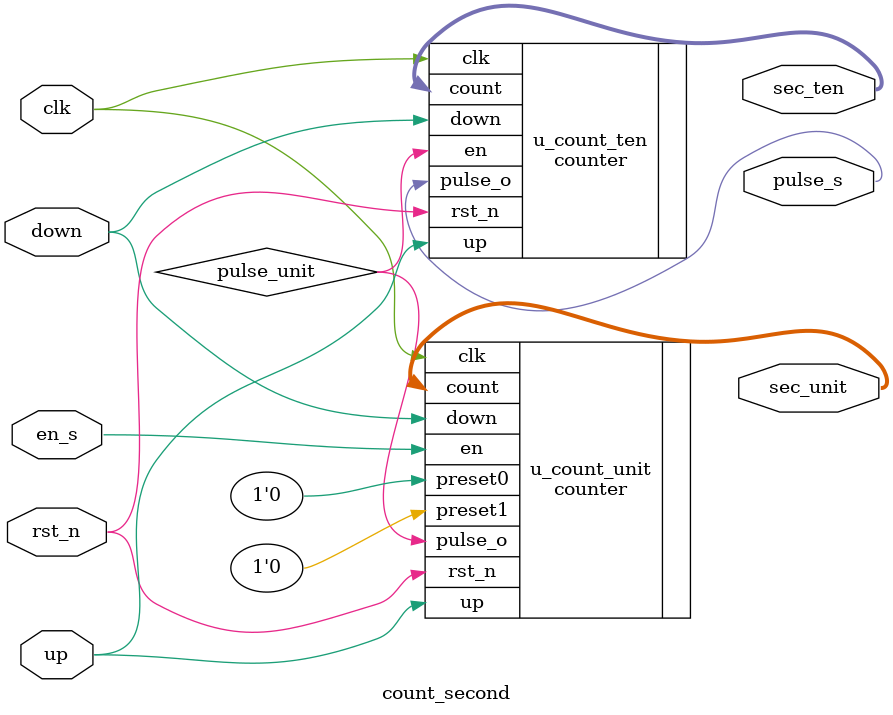
<source format=v>
module count_second #(
    parameter MAX_DISPLAY_UNIT  = 4,
    parameter MAX_DISPLAY_TEN   = 4
) (
    input                                   clk,
    input                                   rst_n,
    input                                   en_s,
    input                                   up, down,
    output      [MAX_DISPLAY_UNIT - 1 : 0]  sec_unit,
    output      [MAX_DISPLAY_TEN  - 1 : 0]  sec_ten,
    output                                  pulse_s
);

    wire pulse_unit;

    counter #(
        .MAX_COUNT(9),
        .BIT_SIZE(4)
    ) u_count_unit (
        .clk    (clk),
        .rst_n  (rst_n),
        .preset0(1'b0),
        .preset1(1'b0),
        .en     (en_s),
        .up     (up),
        .down   (down),
        .count  (sec_unit),
        .pulse_o(pulse_unit)
    );

    counter #(
        .MAX_COUNT(5),
        .BIT_SIZE(4)
    ) u_count_ten (
        .clk    (clk),
        .rst_n  (rst_n),
        .en     (pulse_unit), 
        .up     (up),
        .down   (down),
        .count  (sec_ten),
        .pulse_o(pulse_s)
    );

endmodule

</source>
